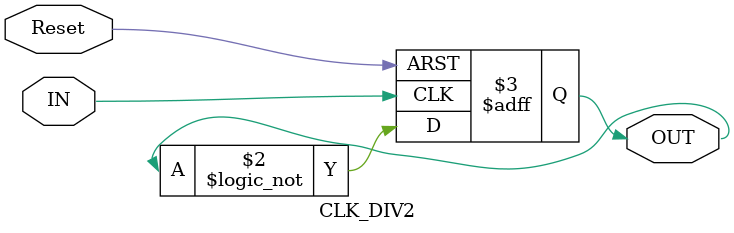
<source format=v>



module CLK_DIV2 (
input       Reset,
input       IN,
output  reg OUT
);

always @ (posedge IN or posedge Reset)
    if (Reset)
        OUT     <=0;  
    else
        OUT     <=!OUT;    
    
endmodule
</source>
